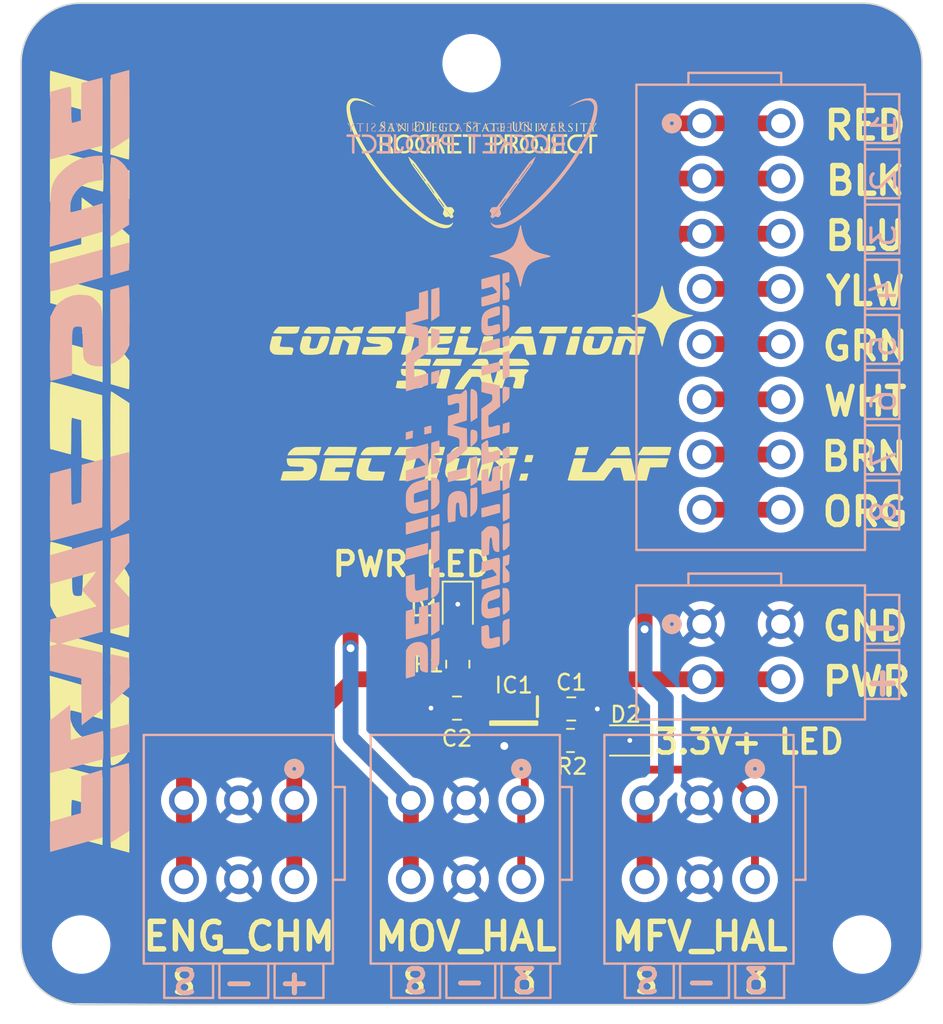
<source format=kicad_pcb>
(kicad_pcb (version 20240108) (generator "pcbnew") (generator_version "8.0")
  (layers (0 "F.Cu" signal) (31 "B.Cu" power) (34 "B.Paste" user) (35 "F.Paste" user) (36 "B.SilkS" user "B.Silkscreen") (37 "F.SilkS" user "F.Silkscreen") (38 "B.Mask" user) (39 "F.Mask" user) (44 "Edge.Cuts" user))
  (net 0 "")
  (net 1 "+3.3V")
  (net 2 "GND")
  (net 3 "VBUS")
  (net 4 "Net-(D1-A)")
  (net 5 "Net-(D2-A)")
  (net 6 "unconnected-(J1-4_1-Pad7)")
  (net 7 "MOV")
  (net 8 "ENG_CHAMBER")
  (net 9 "MFV")
  (net 10 "unconnected-(J1-5_1-Pad9)")
  (net 11 "unconnected-(J1-7_1-Pad13)")
  (net 12 "unconnected-(J1-8_1-Pad15)")
  (net 13 "unconnected-(J1-6_1-Pad11)")
  (footprint "LOGO" (layer "F.Cu") (at 54.25 54.625)
    (property "Reference" "G***" (hide yes))
    (property "Value" "LOGO" (hide yes))
  )
  (footprint "MountingHole:MountingHole_3.2mm_M3" (layer "F.Cu") (at 78.74 85.09)
    (property "Reference" "H2" (hide yes))
    (property "Value" "MountingHole")
    (pad "" np_thru_hole circle (at 0 0) (size 3.2 3.2) (drill 3.2) (layers "*.Cu" "*.Mask"))
  )
  (footprint "Resistor_SMD:R_0805_2012Metric" (layer "F.Cu") (at 53.1 67.3125 90)
    (property "Reference" "R1" (at 0 -1.85 0) (layer "F.SilkS"))
    (property "Value" "470")
    (pad "1" smd roundrect (at -0.9125 0 90) (size 1.025 1.4) (layers "F.Cu" "F.Paste" "F.Mask") (roundrect_rratio 0.243902) (net 3 "VBUS"))
    (pad "2" smd roundrect (at 0.9125 0 90) (size 1.025 1.4) (layers "F.Cu" "F.Paste" "F.Mask") (roundrect_rratio 0.243902) (net 4 "Net-(D1-A)"))
  )
  (footprint "SDSU RP:RP_Logo" (layer "F.Cu") (at 54 35.55)
    (property "Reference" "G***" (hide yes))
    (property "Value" "LOGO" (hide yes))
  )
  (footprint "TLV76033DBZR:SOT95P237X112-3N" (layer "F.Cu") (at 56.65 71.05 -90)
    (property "Reference" "IC1" (at -2.4 0 0) (layer "F.SilkS"))
    (property "Value" "TLV76033DBZR" (hide yes))
    (pad "1" smd rect (at -1.050001 -0.95) (size 0.6 1.25) (layers "F.Cu" "F.Paste" "F.Mask") (net 1 "+3.3V"))
    (pad "2" smd rect (at -1.050001 0.95) (size 0.6 1.25) (layers "F.Cu" "F.Paste" "F.Mask") (net 3 "VBUS"))
    (pad "3" smd rect (at 1.05 0) (size 0.6 1.25) (layers "F.Cu" "F.Paste" "F.Mask") (net 2 "GND"))
  )
  (footprint "Capacitor_SMD:C_0805_2012Metric" (layer "F.Cu") (at 53.05 70.1 180)
    (property "Reference" "C2" (at 0 -1.925 0) (layer "F.SilkS"))
    (property "Value" "0.1uF")
    (pad "1" smd roundrect (at -0.949999 0 180) (size 1 1.45) (layers "F.Cu" "F.Paste" "F.Mask") (net 3 "VBUS"))
    (pad "2" smd roundrect (at 0.949999 0 180) (size 1 1.45) (layers "F.Cu" "F.Paste" "F.Mask") (net 2 "GND"))
  )
  (footprint "MountingHole:MountingHole_3.2mm_M3" (layer "F.Cu") (at 29.21 85.09)
    (property "Reference" "H1" (hide yes))
    (property "Value" "MountingHole")
    (pad "" np_thru_hole circle (at 0 0) (size 3.2 3.2) (drill 3.2) (layers "*.Cu" "*.Mask"))
  )
  (footprint "Resistor_SMD:R_0805_2012Metric" (layer "F.Cu") (at 60.249998 72.15)
    (property "Reference" "R2" (at 0.100002 1.65 0) (layer "F.SilkS"))
    (property "Value" "75")
    (pad "1" smd roundrect (at -0.9125 0) (size 1.025 1.4) (layers "F.Cu" "F.Paste" "F.Mask") (roundrect_rratio 0.243902) (net 1 "+3.3V"))
    (pad "2" smd roundrect (at 0.9125 0) (size 1.025 1.4) (layers "F.Cu" "F.Paste" "F.Mask") (roundrect_rratio 0.243902) (net 5 "Net-(D2-A)"))
  )
  (footprint "LED_SMD:LED_0805_2012Metric" (layer "F.Cu") (at 53.1 63.7625 -90)
    (property "Reference" "D1" (at 0 2.05 0) (layer "F.SilkS"))
    (property "Value" "GREEN")
    (pad "1" smd roundrect (at -0.937501 0 270) (size 0.975 1.4) (layers "F.Cu" "F.Paste" "F.Mask") (net 2 "GND"))
    (pad "2" smd roundrect (at 0.937501 0 270) (size 0.975 1.4) (layers "F.Cu" "F.Paste" "F.Mask") (net 4 "Net-(D1-A)"))
  )
  (footprint "LOGO" (layer "F.Cu") (at 54.810222 46.307107)
    (property "Reference" "G***" (hide yes))
    (property "Value" "LOGO" (hide yes))
  )
  (footprint "LED_SMD:LED_0805_2012Metric" (layer "F.Cu") (at 63.749999 72.15 180)
    (property "Reference" "D2" (at 0 1.65 180) (layer "F.SilkS"))
    (property "Value" "RED")
    (pad "1" smd roundrect (at -0.937501 0 180) (size 0.975 1.4) (layers "F.Cu" "F.Paste" "F.Mask") (net 2 "GND"))
    (pad "2" smd roundrect (at 0.937501 0 180) (size 0.975 1.4) (layers "F.Cu" "F.Paste" "F.Mask") (net 5 "Net-(D2-A)"))
  )
  (footprint "LOGO" (layer "F.Cu") (at 29.7 54.45 -90)
    (property "Reference" "G***" (hide yes))
    (property "Value" "LOGO" (hide yes))
  )
  (footprint "Capacitor_SMD:C_0805_2012Metric" (layer "F.Cu") (at 60.299999 70.15)
    (property "Reference" "C1" (at 0 -1.679999 0) (layer "F.SilkS"))
    (property "Value" "0.1uF")
    (pad "1" smd roundrect (at -0.949999 0) (size 1 1.45) (layers "F.Cu" "F.Paste" "F.Mask") (net 1 "+3.3V"))
    (pad "2" smd roundrect (at 0.949999 0) (size 1 1.45) (layers "F.Cu" "F.Paste" "F.Mask") (net 2 "GND"))
  )
  (footprint "MountingHole:MountingHole_3.2mm_M3" (layer "F.Cu") (at 53.975 29.21)
    (property "Reference" "H3" (hide yes))
    (property "Value" "MountingHole")
    (pad "" np_thru_hole circle (at 0 0) (size 3.2 3.2) (drill 3.2) (layers "*.Cu" "*.Mask"))
  )
  (footprint "Wago_2601_1102:CONN2_2601-1102_WAG" (layer "B.Cu") (at 68.58 64.77 -90)
    (property "Reference" "J2" (hide yes))
    (property "Value" "PWR IN")
    (pad "1" thru_hole circle (at 0 0 270) (size 1.9 1.9) (drill 1.2) (layers "*.Cu" "*.Mask") (net 2 "GND"))
    (pad "2" thru_hole circle (at 0 -5 270) (size 1.9 1.9) (drill 1.2) (layers "*.Cu" "*.Mask") (net 2 "GND"))
    (pad "3" thru_hole circle (at 3.5 0 270) (size 1.9 1.9) (drill 1.2) (layers "*.Cu" "*.Mask") (net 3 "VBUS"))
    (pad "4" thru_hole circle (at 3.5 -5 270) (size 1.9 1.9) (drill 1.2) (layers "*.Cu" "*.Mask") (net 3 "VBUS"))
  )
  (footprint "Wago_2601_1103:CONN3_2601-1103_WAG" (layer "B.Cu") (at 71.95 75.95 180)
    (property "Reference" "J4" (hide yes))
    (property "Value" "HALL_2")
    (pad "1" thru_hole circle (at 0 0 180) (size 1.9 1.9) (drill 1.2) (layers "*.Cu" "*.Mask") (net 1 "+3.3V"))
    (pad "2" thru_hole circle (at 0 -5 180) (size 1.9 1.9) (drill 1.2) (layers "*.Cu" "*.Mask") (net 1 "+3.3V"))
    (pad "3" thru_hole circle (at 3.5 0 180) (size 1.9 1.9) (drill 1.2) (layers "*.Cu" "*.Mask") (net 2 "GND"))
    (pad "4" thru_hole circle (at 3.5 -5 180) (size 1.9 1.9) (drill 1.2) (layers "*.Cu" "*.Mask") (net 2 "GND"))
    (pad "5" thru_hole circle (at 7.000001 0 180) (size 1.9 1.9) (drill 1.2) (layers "*.Cu" "*.Mask") (net 9 "MFV"))
    (pad "6" thru_hole circle (at 7.000001 -5 180) (size 1.9 1.9) (drill 1.2) (layers "*.Cu" "*.Mask") (net 9 "MFV"))
  )
  (footprint "Wago_2601_1103:CONN3_2601-1103_WAG" (layer "B.Cu") (at 42.729209 75.95 180)
    (property "Reference" "J5" (hide yes))
    (property "Value" "PT_1")
    (pad "1" thru_hole circle (at 0 0 180) (size 1.9 1.9) (drill 1.2) (layers "*.Cu" "*.Mask") (net 3 "VBUS"))
    (pad "2" thru_hole circle (at 0 -5 180) (size 1.9 1.9) (drill 1.2) (layers "*.Cu" "*.Mask") (net 3 "VBUS"))
    (pad "3" thru_hole circle (at 3.5 0 180) (size 1.9 1.9) (drill 1.2) (layers "*.Cu" "*.Mask") (net 2 "GND"))
    (pad "4" thru_hole circle (at 3.5 -5 180) (size 1.9 1.9) (drill 1.2) (layers "*.Cu" "*.Mask") (net 2 "GND"))
    (pad "5" thru_hole circle (at 7.000001 0 180) (size 1.9 1.9) (drill 1.2) (layers "*.Cu" "*.Mask") (net 8 "ENG_CHAMBER"))
    (pad "6" thru_hole circle (at 7.000001 -5 180) (size 1.9 1.9) (drill 1.2) (layers "*.Cu" "*.Mask") (net 8 "ENG_CHAMBER"))
  )
  (footprint "LOGO" (layer "B.Cu") (at 55.986016 52.691485 90)
    (property "Reference" "G***" (hide yes))
    (property "Value" "LOGO" (hide yes))
  )
  (footprint "Wago_2601_1108:CONN8_2601-1108_WAG" (layer "B.Cu") (at 68.58 33.02 -90)
    (property "Reference" "J1" (hide yes))
    (property "Value" "SIGNAL_OUT")
    (pad "1" thru_hole circle (at 0 0 270) (size 1.9 1.9) (drill 1.2) (layers "*.Cu" "*.Mask") (net 8 "ENG_CHAMBER"))
    (pad "2" thru_hole circle (at 0 -5 270) (size 1.9 1.9) (drill 1.2) (layers "*.Cu" "*.Mask") (net 8 "ENG_CHAMBER"))
    (pad "3" thru_hole circle (at 3.5 0 270) (size 1.9 1.9) (drill 1.2) (layers "*.Cu" "*.Mask") (net 7 "MOV"))
    (pad "4" thru_hole circle (at 3.500001 -4.999999 270) (size 1.9 1.9) (drill 1.2) (layers "*.Cu" "*.Mask") (net 7 "MOV"))
    (pad "5" thru_hole circle (at 7.000002 0 270) (size 1.9 1.9) (drill 1.2) (layers "*.Cu" "*.Mask") (net 9 "MFV"))
    (pad "6" thru_hole circle (at 7.000002 -5 270) (size 1.9 1.9) (drill 1.2) (layers "*.Cu" "*.Mask") (net 9 "MFV"))
    (pad "7" thru_hole circle (at 10.500003 0 270) (size 1.9 1.9) (drill 1.2) (layers "*.Cu" "*.Mask") (net 6 "unconnected-(J1-4_1-Pad7)"))
    (pad "8" thru_hole circle (at 10.500003 -5 270) (size 1.9 1.9) (drill 1.2) (layers "*.Cu" "*.Mask") (net 6 "unconnected-(J1-4_1-Pad7)"))
    (pad "9" thru_hole circle (at 14.000003 0 270) (size 1.9 1.9) (drill 1.2) (layers "*.Cu" "*.Mask") (net 10 "unconnected-(J1-5_1-Pad9)"))
    (pad "10" thru_hole circle (at 14.000003 -5 270) (size 1.9 1.9) (drill 1.2) (layers "*.Cu" "*.Mask") (net 10 "unconnected-(J1-5_1-Pad9)"))
    (pad "11" thru_hole circle (at 17.500003 0 270) (size 1.9 1.9) (drill 1.2) (layers "*.Cu" "*.Mask") (net 13 "unconnected-(J1-6_1-Pad11)"))
    (pad "12" thru_hole circle (at 17.500003 -5 270) (size 1.9 1.9) (drill 1.2) (layers "*.Cu" "*.Mask") (net 13 "unconnected-(J1-6_1-Pad11)"))
    (pad "13" thru_hole circle (at 21.000004 0 270) (size 1.9 1.9) (drill 1.2) (layers "*.Cu" "*.Mask") (net 11 "unconnected-(J1-7_1-Pad13)"))
    (pad "14" thru_hole circle (at 21.000004 -5 270) (size 1.9 1.9) (drill 1.2) (layers "*.Cu" "*.Mask") (net 11 "unconnected-(J1-7_1-Pad13)"))
    (pad "15" thru_hole circle (at 24.500005 0 270) (size 1.9 1.9) (drill 1.2) (layers "*.Cu" "*.Mask") (net 12 "unconnected-(J1-8_1-Pad15)"))
    (pad "16" thru_hole circle (at 24.500005 -5 270) (size 1.9 1.9) (drill 1.2) (layers "*.Cu" "*.Mask") (net 12 "unconnected-(J1-8_1-Pad15)"))
  )
  (footprint "Wago_2601_1103:CONN3_2601-1103_WAG" (layer "B.Cu") (at 57.125 75.95 180)
    (property "Reference" "J3" (hide yes))
    (property "Value" "HALL_1")
    (pad "1" thru_hole circle (at 0 0 180) (size 1.9 1.9) (drill 1.2) (layers "*.Cu" "*.Mask") (net 1 "+3.3V"))
    (pad "2" thru_hole circle (at 0 -5 180) (size 1.9 1.9) (drill 1.2) (layers "*.Cu" "*.Mask") (net 1 "+3.3V"))
    (pad "3" thru_hole circle (at 3.5 0 180) (size 1.9 1.9) (drill 1.2) (layers "*.Cu" "*.Mask") (net 2 "GND"))
    (pad "4" thru_hole circle (at 3.5 -5 180) (size 1.9 1.9) (drill 1.2) (layers "*.Cu" "*.Mask") (net 2 "GND"))
    (pad "5" thru_hole circle (at 7.000001 0 180) (size 1.9 1.9) (drill 1.2) (layers "*.Cu" "*.Mask") (net 7 "MOV"))
    (pad "6" thru_hole circle (at 7.000001 -5 180) (size 1.9 1.9) (drill 1.2) (layers "*.Cu" "*.Mask") (net 7 "MOV"))
  )
  (footprint "SDSU RP:RP_Logo" (layer "B.Cu") (at 54 35.55 180)
    (property "Reference" "G***" (hide yes))
    (property "Value" "LOGO" (hide yes))
  )
  (footprint "LOGO" (layer "B.Cu") (at 29.7 54.45 90)
    (property "Reference" "G***" (hide yes))
    (property "Value" "LOGO" (hide yes))
  )
  (footprint "LOGO" (layer "B.Cu") (at 50.85 55.825 90)
    (property "Reference" "G***" (hide yes))
    (property "Value" "LOGO" (hide yes))
  )
  (gr_line (start 25.4 85.09) (end 25.4 29.21) (stroke (width 0.1)) (layer "Edge.Cuts"))
  (gr_arc (start 29.21 88.9) (mid 26.515923 87.784077) (end 25.4 85.09) (stroke (width 0.1)) (layer "Edge.Cuts"))
  (gr_arc (start 82.55 85.09) (mid 81.434077 87.784077) (end 78.74 88.9) (stroke (width 0.1)) (layer "Edge.Cuts"))
  (gr_arc (start 25.4 29.21) (mid 26.515923 26.515923) (end 29.21 25.4) (stroke (width 0.1)) (layer "Edge.Cuts"))
  (gr_line (start 78.74 88.9) (end 29.21 88.9) (stroke (width 0.1)) (layer "Edge.Cuts"))
  (gr_line (start 82.55 29.21) (end 82.55 85.09) (stroke (width 0.1)) (layer "Edge.Cuts"))
  (gr_arc (start 78.74 25.4) (mid 81.434077 26.515923) (end 82.55 29.21) (stroke (width 0.1)) (layer "Edge.Cuts"))
  (gr_line (start 29.21 25.4) (end 78.74 25.4) (stroke (width 0.1)) (layer "Edge.Cuts"))
  (gr_text "3" (at 57.3 88.3 -0) (layer "B.SilkS") (effects (font (size 1.5 1.5) (thickness 0.3) (bold yes)) (justify bottom mirror)))
  (gr_text "1" (at 81 32.3 90) (layer "B.SilkS") (effects (font (size 1.5 1.5) (thickness 0.2)) (justify left bottom mirror)))
  (gr_text "5" (at 81 46.300004 90) (layer "B.SilkS") (effects (font (size 1.5 1.5) (thickness 0.2)) (justify left bottom mirror)))
  (gr_text "+" (at 42.75 88.35 0) (layer "B.SilkS") (effects (font (size 1.5 1.5) (thickness 0.3) (bold yes)) (justify bottom mirror)))
  (gr_text "S" (at 50.45 88.3 -0) (layer "B.SilkS") (effects (font (size 1.5 1.5) (thickness 0.3) (bold yes)) (justify bottom mirror)))
  (gr_text "-" (at 39.200001 88.35 -0) (layer "B.SilkS") (effects (font (size 1.5 1.5) (thickness 0.3) (bold yes)) (justify bottom mirror)))
  (gr_text "3" (at 71.999999 88.3 -0) (layer "B.SilkS") (effects (font (size 1.5 1.5) (thickness 0.3) (bold yes)) (justify bottom mirror)))
  (gr_text "-" (at 53.850001 88.3 -0) (layer "B.SilkS") (effects (font (size 1.5 1.5) (thickness 0.3) (bold yes)) (justify bottom mirror)))
  (gr_text "+" (at 80.05 69.432 0) (layer "B.SilkS") (effects (font (size 1.75 1.75) (thickness 0.35) (bold yes)) (justify bottom mirror)))
  (gr_text "6" (at 81 49.800005 90) (layer "B.SilkS") (effects (font (size 1.5 1.5) (thickness 0.2)) (justify left bottom mirror)))
  (gr_text "8" (at 81 56.800005 90) (layer "B.SilkS") (effects (font (size 1.5 1.5) (thickness 0.2)) (justify left bottom mirror)))
  (gr_text "-" (at 68.55 88.3 -0) (layer "B.SilkS") (effects (font (size 1.5 1.5) (thickness 0.3) (bold yes)) (justify bottom mirror)))
  (gr_text "3" (at 81 39.300005 90) (layer "B.SilkS") (effects (font (size 1.5 1.5) (thickness 0.2)) (justify left bottom mirror)))
  (gr_text "-" (at 81.3 65.932 0) (layer "B.SilkS") (effects (font (size 1.75 1.75) (thickness 0.35) (bold yes)) (justify left bottom mirror)))
  (gr_text "S" (at 65.149999 88.3 -0) (layer "B.SilkS") (effects (font (size 1.5 1.5) (thickness 0.3) (bold yes)) (justify bottom mirror)))
  (gr_text "4" (at 81 42.800005 90) (layer "B.SilkS") (effects (font (size 1.5 1.5) (thickness 0.2)) (justify left bottom mirror)))
  (gr_text "S" (at 35.8 88.35 -0) (layer "B.SilkS") (effects (font (size 1.5 1.5) (thickness 0.3) (bold yes)) (justify bottom mirror)))
  (gr_text "2" (at 81 35.800005 90) (layer "B.SilkS") (effects (font (size 1.5 1.5) (thickness 0.2)) (justify left bottom mirror)))
  (gr_text "7" (at 81 53.300005 90) (layer "B.SilkS") (effects (font (size 1.5 1.5) (thickness 0.2)) (justify left bottom mirror)))
  (gr_text "RED" (at 76.166667 34.182 0) (layer "F.SilkS") (effects (font (size 1.75 1.75) (thickness 0.35) (bold yes)) (justify left bottom)))
  (gr_text "3" (at 57.35 88.3 0) (layer "F.SilkS") (effects (font (size 1.5 1.5) (thickness 0.3) (bold yes)) (justify bottom)))
  (gr_text "BRN" (at 75.958333 55.182 0) (layer "F.SilkS") (effects (font (size 1.75 1.75) (thickness 0.35) (bold yes)) (justify left bottom)))
  (gr_text "BLK" (at 76.25 37.682 0) (layer "F.SilkS") (effects (font (size 1.75 1.75) (thickness 0.35) (bold yes)) (justify left bottom)))
  (gr_text "MFV_HAL" (at 68.45 85.6 0) (layer "F.SilkS") (effects (font (size 1.75 1.75) (thickness 0.35) (bold yes)) (justify bottom)))
  (gr_text "+" (at 42.729209 88.35 0) (layer "F.SilkS") (effects (font (size 1.5 1.5) (thickness 0.3) (bold yes)) (justify bottom)))
  (gr_text "PWR LED" (at 45 61.85 0) (layer "F.SilkS") (effects (font (size 1.5 1.5) (thickness 0.3) (bold yes)) (justify left bottom)))
  (gr_text "S" (at 35.729208 88.35 0) (layer "F.SilkS") (effects (font (size 1.5 1.5) (thickness 0.3) (bold yes)) (justify bottom)))
  (gr_text "ENG_CHM" (at 39.229209 85.6 0) (layer "F.SilkS") (effects (font (size 1.75 1.75) (thickness 0.35) (bold yes)) (justify bottom)))
  (gr_text "-" (at 39.229209 88.35 0) (layer "F.SilkS") (effects (font (size 1.5 1.5) (thickness 0.3) (bold yes)) (justify bottom)))
  (gr_text "S" (at 65.049999 88.3 0) (layer "F.SilkS") (effects (font (size 1.5 1.5) (thickness 0.3) (bold yes)) (justify bottom)))
  (gr_text "BLU" (at 76.208333 41.182 0) (layer "F.SilkS") (effects (font (size 1.75 1.75) (thickness 0.35) (bold yes)) (justify left bottom)))
  (gr_text "YLW" (at 76.25 44.682 0) (layer "F.SilkS") (effects (font (size 1.75 1.75) (thickness 0.35) (bold yes)) (justify left bottom)))
  (gr_text "PWR" (at 76.05 69.45 0) (layer "F.SilkS") (effects (font (size 1.75 1.75) (thickness 0.35) (bold yes)) (justify left bottom)))
  (gr_text "S" (at 50.349999 88.3 0) (layer "F.SilkS") (effects (font (size 1.5 1.5) (thickness 0.3) (bold yes)) (justify bottom)))
  (gr_text "ORG" (at 76.041667 58.682005 0) (layer "F.SilkS") (effects (font (size 1.75 1.75) (thickness 0.35) (bold yes)) (justify left bottom)))
  (gr_text "3" (at 72.05 88.3 0) (layer "F.SilkS") (effects (font (size 1.5 1.5) (thickness 0.3) (bold yes)) (justify bottom)))
  (gr_text "3.3V+ LED" (at 65.434998 73.11 0) (layer "F.SilkS") (effects (font (size 1.5 1.5) (thickness 0.3) (bold yes)) (justify left bottom)))
  (gr_text "-" (at 68.55 88.3 0) (layer "F.SilkS") (effects (font (size 1.5 1.5) (thickness 0.3) (bold yes)) (justify bottom)))
  (gr_text "-" (at 53.85 88.3 0) (layer "F.SilkS") (effects (font (size 1.5 1.5) (thickness 0.3) (bold yes)) (justify bottom)))
  (gr_text "MOV_HAL" (at 53.625 85.6 0) (layer "F.SilkS") (effects (font (size 1.75 1.75) (thickness 0.35) (bold yes)) (justify bottom)))
  (gr_text "GND" (at 76.05 65.95 0) (layer "F.SilkS") (effects (font (size 1.75 1.75) (thickness 0.35) (bold yes)) (justify left bottom)))
  (gr_text "GRN" (at 76.041667 48.182 0) (layer "F.SilkS") (effects (font (size 1.75 1.75) (thickness 0.35) (bold yes)) (justify left bottom)))
  (gr_text "WHT" (at 76.125 51.682 0) (layer "F.SilkS") (effects (font (size 1.75 1.75) (thickness 0.35) (bold yes)) (justify left bottom)))
  (segment (start 70 74) (end 71.95 75.95) (width 0.5) (layer "F.Cu") (net 1))
  (segment (start 59.35 72.137498) (end 59.337498 72.15) (width 0.5) (layer "F.Cu") (net 1))
  (segment (start 59.35 70.15) (end 59.35 72.137498) (width 0.5) (layer "F.Cu") (net 1))
  (segment (start 57.35 75.725) (end 57.125 75.95) (width 0.5) (layer "F.Cu") (net 1))
  (segment (start 71.95 75.95) (end 71.95 80.95) (width 0.5) (layer "F.Cu") (net 1))
  (segment (start 57.6 69.999999) (end 59.199999 69.999999) (width 0.5) (layer "F.Cu") (net 1))
  (segment (start 59.199999 69.999999) (end 59.35 70.15) (width 0.5) (layer "F.Cu") (net 1))
  (segment (start 57.35 74.137498) (end 57.35 75.725) (width 0.5) (layer "F.Cu") (net 1))
  (segment (start 61.187498 74) (end 70 74) (width 0.5) (layer "F.Cu") (net 1))
  (segment (start 59.337498 72.15) (end 57.35 74.137498) (width 0.5) (layer "F.Cu") (net 1))
  (segment (start 59.337498 72.15) (end 61.187498 74) (width 0.5) (layer "F.Cu") (net 1))
  (segment (start 57.125 80.95) (end 57.125 75.95) (width 0.5) (layer "F.Cu") (net 1))
  (segment (start 64.687501 72.15) (end 64.012499 72.15) (width 0.5) (layer "F.Cu") (net 2))
  (segment (start 61.249998 70.15) (end 61.95 70.15) (width 0.5) (layer "F.Cu") (net 2))
  (segment (start 56.65 72.1) (end 56.45 72.1) (width 0.75) (layer "F.Cu") (net 2))
  (segment (start 52.100001 70.1) (end 51.4 70.1) (width 0.5) (layer "F.Cu") (net 2))
  (segment (start 56.45 72.1) (end 56.05 72.5) (width 0.75) (layer "F.Cu") (net 2))
  (segment (start 53.1 62.824999) (end 53.1 63.5125) (width 0.5) (layer "F.Cu") (net 2))
  (via (at 61.95 70.15) (size 0.7) (drill 0.3) (layers "F.Cu" "B.Cu") (net 2))
  (via (at 64.012499 72.15) (size 0.7) (drill 0.3) (layers "F.Cu" "B.Cu") (net 2))
  (via (at 56.05 72.5) (size 1) (drill 0.5) (layers "F.Cu" "B.Cu") (net 2))
  (via (at 51.4 70.1) (size 0.7) (drill 0.3) (layers "F.Cu" "B.Cu") (net 2))
  (via (at 53.1 63.5125) (size 0.7) (drill 0.3) (layers "F.Cu" "B.Cu") (net 2))
  (segment (start 42.729209 72.020791) (end 42.729209 75.95) (width 1) (layer "F.Cu") (net 3))
  (segment (start 54 68.27) (end 46.48 68.27) (width 1) (layer "F.Cu") (net 3))
  (segment (start 68.58 68.27) (end 54 68.27) (width 1) (layer "F.Cu") (net 3))
  (segment (start 53.999999 70.1) (end 55.599999 70.1) (width 0.5) (layer "F.Cu") (net 3))
  (segment (start 68.58 68.27) (end 73.58 68.27) (width 1) (layer "F.Cu") (net 3))
  (segment (start 42.729209 75.95) (end 42.729209 80.95) (width 1) (layer "F.Cu") (net 3))
  (segment (start 46.48 68.27) (end 42.729209 72.020791) (width 1) (layer "F.Cu") (net 3))
  (segment (start 53.999999 70.1) (end 53.999999 68.270001) (width 0.5) (layer "F.Cu") (net 3))
  (segment (start 53.999999 68.270001) (end 54 68.27) (width 0.5) (layer "F.Cu") (net 3))
  (segment (start 55.599999 70.1) (end 55.7 69.999999) (width 0.5) (layer "F.Cu") (net 3))
  (segment (start 53.1 66.4) (end 53.1 64.700001) (width 0.5) (layer "F.Cu") (net 4))
  (segment (start 61.162498 72.15) (end 62.812498 72.15) (width 0.5) (layer "F.Cu") (net 5))
  (segment (start 68.58 43.520003) (end 73.58 43.520003) (width 1) (layer "F.Cu") (net 6))
  (segment (start 46.3 55.875) (end 65.655 36.52) (width 1) (layer "F.Cu") (net 7))
  (segment (start 68.580001 36.520001) (end 68.58 36.52) (width 1) (layer "F.Cu") (net 7))
  (segment (start 73.579999 36.520001) (end 68.580001 36.520001) (width 1) (layer "F.Cu") (net 7))
  (segment (start 50.124999 75.95) (end 50.124999 80.95) (width 1) (layer "F.Cu") (net 7))
  (segment (start 46.3 66.3) (end 46.3 55.875) (width 1) (layer "F.Cu") (net 7))
  (segment (start 65.655 36.52) (end 68.58 36.52) (width 1) (layer "F.Cu") (net 7))
  (via (at 46.3 66.3) (size 1) (drill 0.5) (layers "F.Cu" "B.Cu") (net 7))
  (segment (start 46.3 71.95) (end 50.124999 75.774999) (width 1) (layer "B.Cu") (net 7))
  (segment (start 50.124999 75.774999) (end 50.124999 75.95) (width 1) (layer "B.Cu") (net 7))
  (segment (start 46.3 66.3) (end 46.3 71.95) (width 1) (layer "B.Cu") (net 7))
  (segment (start 35.729208 75.95) (end 35.729208 80.95) (width 1) (layer "F.Cu") (net 8))
  (segment (start 35.729208 59.295792) (end 62.005 33.02) (width 1) (layer "F.Cu") (net 8))
  (segment (start 35.729208 75.95) (end 35.729208 59.295792) (width 1) (layer "F.Cu") (net 8))
  (segment (start 62.005 33.02) (end 73.58 33.02) (width 1) (layer "F.Cu") (net 8))
  (segment (start 64.949999 75.95) (end 64.949999 80.95) (width 1) (layer "F.Cu") (net 9))
  (segment (start 64.95 42.25) (end 67.179998 40.020002) (width 1) (layer "F.Cu") (net 9))
  (segment (start 64.95 65.1) (end 64.95 42.25) (width 1) (layer "F.Cu") (net 9))
  (segment (start 67.179998 40.020002) (end 68.58 40.020002) (width 1) (layer "F.Cu") (net 9))
  (segment (start 68.58 40.020002) (end 73.58 40.020002) (width 1) (layer "F.Cu") (net 9))
  (via (at 64.95 65.1) (size 1) (drill 0.5) (layers "F.Cu" "B.Cu") (net 9))
  (segment (start 64.95 65.1) (end 64.95 68.149998) (width 1) (layer "B.Cu") (net 9))
  (segment (start 64.95 68.149998) (end 66.3 69.499998) (width 1) (layer "B.Cu") (net 9))
  (segment (start 66.3 69.499998) (end 66.3 74.599999) (width 1) (layer "B.Cu") (net 9))
  (segment (start 66.3 74.599999) (end 64.949999 75.95) (width 1) (layer "B.Cu") (net 9))
  (segment (start 73.58 47.020003) (end 68.58 47.020003) (width 1) (layer "F.Cu") (net 10))
  (segment (start 73.58 54.020004) (end 68.58 54.020004) (width 1) (layer "F.Cu") (net 11))
  (segment (start 68.58 57.520005) (end 73.58 57.520005) (width 1) (layer "F.Cu") (net 12))
  (segment (start 68.58 50.520003) (end 73.58 50.520003) (width 1) (layer "F.Cu") (net 13))
  (zone (net 2) (net_name "GND") (layer "B.Cu") (connect_pads (clearance 0.5)) (min_thickness 0.25) (fill yes (thermal_gap 0.5) (thermal_bridge_width 0.5))
    (polygon (pts (xy 25.4 88.8) (xy 25.35 25.2) (xy 82.5 25.4) (xy 82.6 89.05)))
  )
)
</source>
